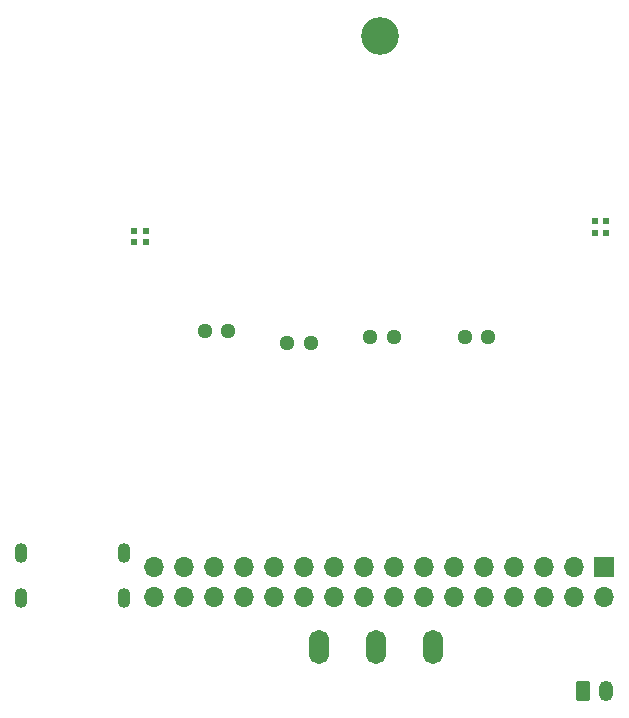
<source format=gbr>
%TF.GenerationSoftware,KiCad,Pcbnew,9.0.0*%
%TF.CreationDate,2025-03-28T12:19:00+02:00*%
%TF.ProjectId,EEE3088F_V1.0,45454533-3038-4384-965f-56312e302e6b,rev?*%
%TF.SameCoordinates,Original*%
%TF.FileFunction,Soldermask,Bot*%
%TF.FilePolarity,Negative*%
%FSLAX46Y46*%
G04 Gerber Fmt 4.6, Leading zero omitted, Abs format (unit mm)*
G04 Created by KiCad (PCBNEW 9.0.0) date 2025-03-28 12:19:00*
%MOMM*%
%LPD*%
G01*
G04 APERTURE LIST*
G04 Aperture macros list*
%AMRoundRect*
0 Rectangle with rounded corners*
0 $1 Rounding radius*
0 $2 $3 $4 $5 $6 $7 $8 $9 X,Y pos of 4 corners*
0 Add a 4 corners polygon primitive as box body*
4,1,4,$2,$3,$4,$5,$6,$7,$8,$9,$2,$3,0*
0 Add four circle primitives for the rounded corners*
1,1,$1+$1,$2,$3*
1,1,$1+$1,$4,$5*
1,1,$1+$1,$6,$7*
1,1,$1+$1,$8,$9*
0 Add four rect primitives between the rounded corners*
20,1,$1+$1,$2,$3,$4,$5,0*
20,1,$1+$1,$4,$5,$6,$7,0*
20,1,$1+$1,$6,$7,$8,$9,0*
20,1,$1+$1,$8,$9,$2,$3,0*%
G04 Aperture macros list end*
%ADD10C,3.200000*%
%ADD11O,1.300000X1.300000*%
%ADD12O,1.200000X1.750000*%
%ADD13RoundRect,0.250000X-0.350000X-0.625000X0.350000X-0.625000X0.350000X0.625000X-0.350000X0.625000X0*%
%ADD14O,1.100000X1.700000*%
%ADD15C,0.609600*%
%ADD16O,1.700000X1.700000*%
%ADD17R,1.700000X1.700000*%
%ADD18O,1.700000X2.900000*%
G04 APERTURE END LIST*
D10*
%TO.C,REF\u002A\u002A*%
X90810000Y-197550000D03*
%TD*%
D11*
%TO.C,C22*%
X76000000Y-222500000D03*
X78000000Y-222500000D03*
%TD*%
D12*
%TO.C,J1*%
X110000000Y-252950000D03*
D13*
X108000000Y-252950000D03*
%TD*%
D11*
%TO.C,C17*%
X83000000Y-223500000D03*
X85000000Y-223500000D03*
%TD*%
%TO.C,C21*%
X90000000Y-223000000D03*
X92000000Y-223000000D03*
%TD*%
D14*
%TO.C,USB1*%
X69120000Y-245087800D03*
X69120000Y-241287700D03*
X60480200Y-245087800D03*
X60480200Y-241287700D03*
%TD*%
D15*
%TO.C,U3*%
X70000000Y-215000000D03*
X71000000Y-215000000D03*
X70000000Y-214000000D03*
X71000000Y-214000000D03*
%TD*%
D16*
%TO.C,J2*%
X71720000Y-245000000D03*
X71720000Y-242460000D03*
X74260000Y-245000000D03*
X74260000Y-242460000D03*
X76800000Y-245000000D03*
X76800000Y-242460000D03*
X79340000Y-245000000D03*
X79340000Y-242460000D03*
X81880000Y-245000000D03*
X81880000Y-242460000D03*
X84420000Y-245000000D03*
X84420000Y-242460000D03*
X86960000Y-245000000D03*
X86960000Y-242460000D03*
X89500000Y-245000000D03*
X89500000Y-242460000D03*
X92040000Y-245000000D03*
X92040000Y-242460000D03*
X94580000Y-245000000D03*
X94580000Y-242460000D03*
X97120000Y-245000000D03*
X97120000Y-242460000D03*
X99660000Y-245000000D03*
X99660000Y-242460000D03*
X102200000Y-245000000D03*
X102200000Y-242460000D03*
X104740000Y-245000000D03*
X104740000Y-242460000D03*
X107280000Y-245000000D03*
X107280000Y-242460000D03*
X109820000Y-245000000D03*
D17*
X109820000Y-242460000D03*
%TD*%
D11*
%TO.C,C18*%
X98000000Y-223000000D03*
X100000000Y-223000000D03*
%TD*%
D18*
%TO.C,U10*%
X95299900Y-249286500D03*
X90500000Y-249286500D03*
X85699900Y-249286500D03*
%TD*%
D15*
%TO.C,U5*%
X110000100Y-213175000D03*
X109000100Y-213175000D03*
X110000100Y-214175000D03*
X109000100Y-214175000D03*
%TD*%
M02*

</source>
